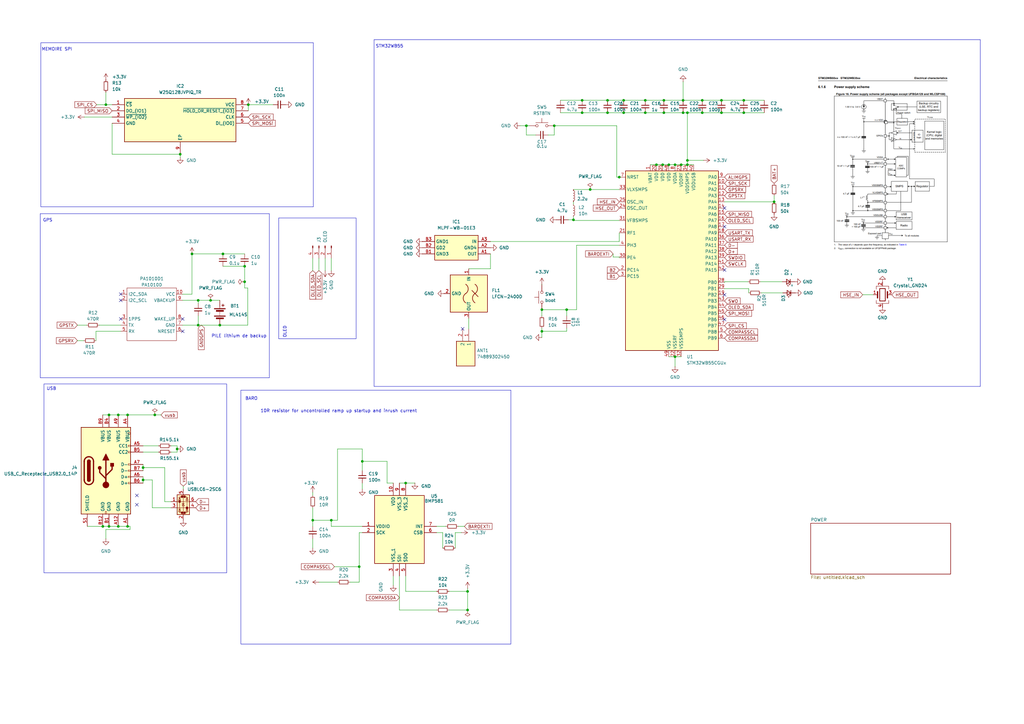
<source format=kicad_sch>
(kicad_sch (version 20231120) (generator "eeschema") (generator_version "8.0")
  (paper "A3")
  (junction (at 81.28 123.19))
  (junction (at 317.5 82.804))
  (junction (at 279.4 67.564))
  (junction (at 288.036 41.148))
  (junction (at 272.288 46.228))
  (junction (at 255.778 46.228))
  (junction (at 264.668 41.148))
  (junction (at 215.9 51.562))
  (junction (at 222.25 135.89))
  (junction (at 276.86 146.304))
  (junction (at 222.25 127))
  (junction (at 276.86 67.564))
  (junction (at 72.644 184.15))
  (junction (at 191.77 250.19))
  (junction (at 44.704 215.9))
  (junction (at 100.33 115.57))
  (junction (at 78.74 104.14))
  (junction (at 288.036 46.228))
  (junction (at 281.94 46.228))
  (junction (at 58.674 191.77))
  (junction (at 271.78 67.564))
  (junction (at 249.174 41.148))
  (junction (at 86.36 123.19))
  (junction (at 63.5 170.18))
  (junction (at 42.164 215.9))
  (junction (at 295.91 41.148))
  (junction (at 280.162 46.228))
  (junction (at 305.054 46.228))
  (junction (at 272.288 41.148))
  (junction (at 191.77 242.57))
  (junction (at 242.062 77.724))
  (junction (at 238.76 46.228))
  (junction (at 249.174 46.228))
  (junction (at 254 72.644))
  (junction (at 52.324 215.9))
  (junction (at 81.28 133.35))
  (junction (at 91.44 104.14))
  (junction (at 43.434 42.926))
  (junction (at 281.94 65.786))
  (junction (at 101.854 42.926))
  (junction (at 274.32 67.564))
  (junction (at 227.33 51.562))
  (junction (at 48.514 170.18))
  (junction (at 166.37 198.12))
  (junction (at 58.674 196.85))
  (junction (at 48.514 215.9))
  (junction (at 255.778 41.148))
  (junction (at 295.91 46.228))
  (junction (at 135.89 213.36))
  (junction (at 147.32 232.41))
  (junction (at 281.94 67.564))
  (junction (at 269.24 67.564))
  (junction (at 238.76 41.148))
  (junction (at 148.59 189.23))
  (junction (at 235.204 90.17))
  (junction (at 232.41 127))
  (junction (at 90.17 133.35))
  (junction (at 44.704 170.18))
  (junction (at 305.054 41.148))
  (junction (at 73.914 63.246))
  (junction (at 264.668 46.228))
  (junction (at 52.324 170.18))
  (junction (at 280.162 41.148))
  (junction (at 100.33 109.22))
  (junction (at 128.27 213.36))
  (no_connect (at 49.53 120.65))
  (no_connect (at 297.18 92.964))
  (no_connect (at 49.53 123.19))
  (no_connect (at 297.18 120.904))
  (no_connect (at 297.18 85.344))
  (no_connect (at 56.134 203.2))
  (no_connect (at 297.18 110.744))
  (no_connect (at 189.738 134.874))
  (no_connect (at 49.53 130.81))
  (no_connect (at 74.93 135.89))
  (no_connect (at 56.134 207.01))
  (no_connect (at 74.93 130.81))
  (no_connect (at 297.18 131.064))
  (wire (pts (xy 48.514 215.9) (xy 52.324 215.9)))
  (wire (pts (xy 74.93 120.65) (xy 78.74 120.65)))
  (wire (pts (xy 317.5 80.264) (xy 317.5 82.804)))
  (wire (pts (xy 91.44 109.22) (xy 100.33 109.22)))
  (wire (pts (xy 191.77 250.19) (xy 191.77 242.57)))
  (wire (pts (xy 288.036 41.148) (xy 295.91 41.148)))
  (wire (pts (xy 254 72.644) (xy 252.984 72.644)))
  (wire (pts (xy 74.93 123.19) (xy 81.28 123.19)))
  (wire (pts (xy 251.46 104.14) (xy 251.46 105.41)))
  (wire (pts (xy 58.674 185.42) (xy 65.024 185.42)))
  (wire (pts (xy 75.184 200.66) (xy 75.184 199.39)))
  (wire (pts (xy 288.036 46.228) (xy 295.91 46.228)))
  (wire (pts (xy 186.69 224.79) (xy 186.69 218.44)))
  (wire (pts (xy 81.28 123.19) (xy 81.28 124.46)))
  (wire (pts (xy 222.25 135.89) (xy 222.25 138.43)))
  (wire (pts (xy 128.27 208.28) (xy 128.27 213.36)))
  (wire (pts (xy 42.164 215.9) (xy 35.814 215.9)))
  (wire (pts (xy 143.51 238.76) (xy 147.32 238.76)))
  (wire (pts (xy 297.18 82.804) (xy 317.5 82.804)))
  (wire (pts (xy 353.822 120.904) (xy 358.14 120.904)))
  (wire (pts (xy 42.164 170.18) (xy 44.704 170.18)))
  (wire (pts (xy 45.974 63.246) (xy 45.974 50.546)))
  (wire (pts (xy 281.94 46.228) (xy 281.94 65.786)))
  (wire (pts (xy 67.564 205.74) (xy 67.564 191.77)))
  (wire (pts (xy 58.674 196.85) (xy 58.674 198.12)))
  (wire (pts (xy 306.832 115.57) (xy 297.18 115.57)))
  (wire (pts (xy 215.9 51.562) (xy 217.17 51.562)))
  (wire (pts (xy 192.278 130.556) (xy 192.278 134.874)))
  (wire (pts (xy 184.15 250.19) (xy 191.77 250.19)))
  (wire (pts (xy 128.27 220.98) (xy 128.27 224.79)))
  (wire (pts (xy 186.69 218.44) (xy 189.23 218.44)))
  (wire (pts (xy 133.35 110.998) (xy 133.35 105.918)))
  (wire (pts (xy 297.18 118.364) (xy 307.086 118.364)))
  (wire (pts (xy 128.27 213.36) (xy 128.27 215.9)))
  (wire (pts (xy 280.162 46.228) (xy 281.94 46.228)))
  (wire (pts (xy 161.29 236.22) (xy 161.29 240.03)))
  (wire (pts (xy 31.75 133.35) (xy 35.56 133.35)))
  (wire (pts (xy 272.288 41.148) (xy 280.162 41.148)))
  (wire (pts (xy 70.104 182.88) (xy 72.644 182.88)))
  (wire (pts (xy 269.24 67.564) (xy 271.78 67.564)))
  (wire (pts (xy 305.054 41.148) (xy 313.436 41.148)))
  (wire (pts (xy 81.28 133.35) (xy 90.17 133.35)))
  (wire (pts (xy 44.704 215.9) (xy 48.514 215.9)))
  (wire (pts (xy 58.674 182.88) (xy 65.024 182.88)))
  (wire (pts (xy 179.07 215.9) (xy 182.88 215.9)))
  (wire (pts (xy 224.79 55.372) (xy 227.33 55.372)))
  (wire (pts (xy 44.704 170.18) (xy 48.514 170.18)))
  (wire (pts (xy 148.59 184.15) (xy 138.43 184.15)))
  (wire (pts (xy 135.89 110.998) (xy 135.89 105.918)))
  (wire (pts (xy 100.33 115.57) (xy 100.33 118.11)))
  (wire (pts (xy 235.204 90.17) (xy 235.204 88.9)))
  (wire (pts (xy 232.41 127) (xy 232.41 129.54)))
  (wire (pts (xy 34.544 48.006) (xy 45.974 48.006)))
  (wire (pts (xy 58.674 191.77) (xy 58.674 193.04)))
  (wire (pts (xy 40.64 133.35) (xy 49.53 133.35)))
  (wire (pts (xy 72.644 185.42) (xy 72.644 184.15)))
  (wire (pts (xy 232.41 134.62) (xy 232.41 135.89)))
  (wire (pts (xy 254 105.41) (xy 254 105.664)))
  (wire (pts (xy 227.33 51.562) (xy 252.984 51.562)))
  (wire (pts (xy 101.6 118.11) (xy 101.6 133.35)))
  (wire (pts (xy 201.168 110.236) (xy 201.168 104.14)))
  (wire (pts (xy 58.674 195.58) (xy 58.674 196.85)))
  (wire (pts (xy 254 90.424) (xy 235.204 90.424)))
  (wire (pts (xy 39.37 135.89) (xy 49.53 135.89)))
  (wire (pts (xy 130.81 238.76) (xy 138.43 238.76)))
  (wire (pts (xy 232.41 135.89) (xy 222.25 135.89)))
  (wire (pts (xy 148.59 215.9) (xy 135.89 215.9)))
  (wire (pts (xy 254 99.06) (xy 254 95.504)))
  (wire (pts (xy 238.76 41.148) (xy 249.174 41.148)))
  (wire (pts (xy 235.204 77.724) (xy 242.062 77.724)))
  (wire (pts (xy 181.61 218.44) (xy 179.07 218.44)))
  (wire (pts (xy 43.434 42.926) (xy 43.434 37.846)))
  (wire (pts (xy 53.34 217.17) (xy 43.434 217.17)))
  (wire (pts (xy 254.254 72.644) (xy 254 72.644)))
  (wire (pts (xy 264.668 46.228) (xy 272.288 46.228)))
  (wire (pts (xy 213.36 51.562) (xy 215.9 51.562)))
  (wire (pts (xy 78.74 120.65) (xy 78.74 104.14)))
  (wire (pts (xy 236.474 100.584) (xy 236.474 127)))
  (wire (pts (xy 39.37 139.7) (xy 39.37 135.89)))
  (wire (pts (xy 100.33 109.22) (xy 100.33 115.57)))
  (wire (pts (xy 305.054 46.228) (xy 313.436 46.228)))
  (wire (pts (xy 271.78 67.564) (xy 274.32 67.564)))
  (wire (pts (xy 101.6 133.35) (xy 90.17 133.35)))
  (wire (pts (xy 233.172 90.17) (xy 235.204 90.17)))
  (wire (pts (xy 163.83 250.19) (xy 179.07 250.19)))
  (wire (pts (xy 184.15 242.57) (xy 191.77 242.57)))
  (wire (pts (xy 181.61 224.79) (xy 181.61 218.44)))
  (wire (pts (xy 191.77 242.57) (xy 191.77 241.3)))
  (wire (pts (xy 255.778 46.228) (xy 264.668 46.228)))
  (wire (pts (xy 62.484 196.85) (xy 58.674 196.85)))
  (wire (pts (xy 81.28 123.19) (xy 86.36 123.19)))
  (wire (pts (xy 279.4 67.564) (xy 281.94 67.564)))
  (wire (pts (xy 235.204 82.804) (xy 235.204 83.82)))
  (wire (pts (xy 222.25 134.62) (xy 222.25 135.89)))
  (wire (pts (xy 147.32 232.41) (xy 137.16 232.41)))
  (wire (pts (xy 158.75 189.23) (xy 148.59 189.23)))
  (wire (pts (xy 238.76 46.228) (xy 249.174 46.228)))
  (wire (pts (xy 135.89 215.9) (xy 135.89 213.36)))
  (wire (pts (xy 43.434 217.17) (xy 43.434 220.98)))
  (wire (pts (xy 242.062 77.724) (xy 254 77.724)))
  (wire (pts (xy 255.778 41.148) (xy 264.668 41.148)))
  (wire (pts (xy 274.32 146.304) (xy 276.86 146.304)))
  (wire (pts (xy 295.91 46.228) (xy 305.054 46.228)))
  (wire (pts (xy 272.288 46.228) (xy 280.162 46.228)))
  (wire (pts (xy 148.59 198.12) (xy 148.59 200.66)))
  (wire (pts (xy 86.36 123.19) (xy 90.17 123.19)))
  (wire (pts (xy 39.624 42.926) (xy 43.434 42.926)))
  (wire (pts (xy 70.104 208.28) (xy 62.484 208.28)))
  (wire (pts (xy 252.984 51.562) (xy 252.984 72.644)))
  (wire (pts (xy 215.9 55.372) (xy 215.9 51.562)))
  (wire (pts (xy 192.278 110.236) (xy 201.168 110.236)))
  (wire (pts (xy 44.704 215.9) (xy 42.164 215.9)))
  (wire (pts (xy 222.25 129.54) (xy 222.25 127)))
  (wire (pts (xy 163.83 198.12) (xy 166.37 198.12)))
  (wire (pts (xy 249.174 41.148) (xy 255.778 41.148)))
  (wire (pts (xy 101.854 42.926) (xy 101.854 45.466)))
  (wire (pts (xy 281.94 65.786) (xy 281.94 67.564)))
  (wire (pts (xy 148.59 189.23) (xy 148.59 193.04)))
  (wire (pts (xy 249.174 46.228) (xy 255.778 46.228)))
  (wire (pts (xy 307.086 118.364) (xy 307.086 120.142)))
  (wire (pts (xy 264.668 41.148) (xy 272.288 41.148)))
  (wire (pts (xy 280.162 41.148) (xy 288.036 41.148)))
  (wire (pts (xy 135.89 213.36) (xy 128.27 213.36)))
  (wire (pts (xy 281.94 46.228) (xy 288.036 46.228)))
  (wire (pts (xy 158.75 198.12) (xy 158.75 189.23)))
  (wire (pts (xy 53.34 215.9) (xy 53.34 217.17)))
  (wire (pts (xy 70.104 205.74) (xy 67.564 205.74)))
  (wire (pts (xy 311.912 115.57) (xy 320.802 115.57)))
  (wire (pts (xy 227.33 51.562) (xy 227.33 55.372)))
  (wire (pts (xy 101.854 42.926) (xy 112.014 42.926)))
  (wire (pts (xy 52.324 215.9) (xy 53.34 215.9)))
  (wire (pts (xy 74.93 133.35) (xy 81.28 133.35)))
  (wire (pts (xy 166.37 198.12) (xy 170.18 198.12)))
  (wire (pts (xy 235.204 90.424) (xy 235.204 90.17)))
  (wire (pts (xy 128.27 110.998) (xy 128.27 105.918)))
  (wire (pts (xy 70.104 185.42) (xy 72.644 185.42)))
  (wire (pts (xy 148.59 218.44) (xy 147.32 218.44)))
  (wire (pts (xy 138.43 184.15) (xy 138.43 213.36)))
  (wire (pts (xy 161.29 198.12) (xy 158.75 198.12)))
  (wire (pts (xy 91.44 104.14) (xy 100.33 104.14)))
  (wire (pts (xy 222.25 127) (xy 232.41 127)))
  (wire (pts (xy 229.87 41.148) (xy 238.76 41.148)))
  (wire (pts (xy 266.7 67.564) (xy 269.24 67.564)))
  (wire (pts (xy 73.914 63.246) (xy 73.914 64.516)))
  (wire (pts (xy 166.37 236.22) (xy 166.37 242.57)))
  (wire (pts (xy 276.86 67.564) (xy 279.4 67.564)))
  (wire (pts (xy 100.33 118.11) (xy 101.6 118.11)))
  (wire (pts (xy 312.166 120.142) (xy 321.056 120.142)))
  (wire (pts (xy 288.544 65.786) (xy 281.94 65.786)))
  (wire (pts (xy 147.32 238.76) (xy 147.32 232.41)))
  (wire (pts (xy 45.974 42.926) (xy 43.434 42.926)))
  (wire (pts (xy 166.37 242.57) (xy 179.07 242.57)))
  (wire (pts (xy 229.87 46.228) (xy 238.76 46.228)))
  (wire (pts (xy 31.75 139.7) (xy 34.29 139.7)))
  (wire (pts (xy 219.71 55.372) (xy 215.9 55.372)))
  (wire (pts (xy 78.74 104.14) (xy 91.44 104.14)))
  (wire (pts (xy 58.674 190.5) (xy 58.674 191.77)))
  (wire (pts (xy 251.46 105.41) (xy 254 105.41)))
  (wire (pts (xy 163.83 236.22) (xy 163.83 250.19)))
  (wire (pts (xy 138.43 213.36) (xy 135.89 213.36)))
  (wire (pts (xy 67.564 191.77) (xy 58.674 191.77)))
  (wire (pts (xy 148.59 184.15) (xy 148.59 189.23)))
  (wire (pts (xy 130.81 110.998) (xy 130.81 105.918)))
  (wire (pts (xy 276.86 146.304) (xy 276.86 150.368)))
  (wire (pts (xy 274.32 67.564) (xy 276.86 67.564)))
  (wire (pts (xy 297.18 115.57) (xy 297.18 115.824)))
  (wire (pts (xy 73.914 63.246) (xy 45.974 63.246)))
  (wire (pts (xy 295.91 41.148) (xy 305.054 41.148)))
  (wire (pts (xy 276.86 146.304) (xy 279.4 146.304)))
  (wire (pts (xy 232.41 127) (xy 236.474 127)))
  (wire (pts (xy 280.162 33.528) (xy 280.162 41.148)))
  (wire (pts (xy 72.644 182.88) (xy 72.644 184.15)))
  (wire (pts (xy 201.168 99.06) (xy 254 99.06)))
  (wire (pts (xy 48.514 170.18) (xy 52.324 170.18)))
  (wire (pts (xy 81.28 133.35) (xy 81.28 129.54)))
  (wire (pts (xy 222.25 116.586) (xy 222.25 116.84)))
  (wire (pts (xy 62.484 208.28) (xy 62.484 196.85)))
  (wire (pts (xy 128.27 201.93) (xy 128.27 203.2)))
  (wire (pts (xy 52.324 170.18) (xy 63.5 170.18)))
  (wire (pts (xy 190.5 215.9) (xy 187.96 215.9)))
  (wire (pts (xy 63.5 170.18) (xy 66.04 170.18)))
  (wire (pts (xy 147.32 218.44) (xy 147.32 232.41)))
  (wire (pts (xy 281.94 67.564) (xy 284.48 67.564)))
  (wire (pts (xy 236.474 100.584) (xy 254 100.584)))
  (rectangle (start 16.764 17.526) (end 128.524 84.836))
  (rectangle (start 114.3 138.938) (end 146.05 89.408))
  (rectangle (start 98.806 160.02) (end 209.55 264.16))
  (rectangle (start 16.51 87.63) (end 110.49 154.94))
  (rectangle (start 153.416 16.256) (end 402.082 158.496))
  (rectangle (start 18.034 157.48) (end 92.964 234.95))
  (image (at 362.712 68.326) (scale 0.425045))
  (text "10R resistor for uncontrolled ramp up startup and inrush current" (at 138.938 168.656 0) (effects (font (size 1.27 1.27))))
  (text "MEMOIRE SPI\n" (at 23.368 20.32 0) (effects (font (size 1.27 1.27))))
  (text "USB" (at 21.082 159.512 0) (effects (font (size 1.27 1.27))))
  (text "PILE lithium de backup" (at 98.044 137.922 0) (effects (font (size 1.27 1.27))))
  (text "BARO\n" (at 103.124 163.576 0) (effects (font (size 1.27 1.27))))
  (text "STM32WB55" (at 159.766 19.05 0) (effects (font (size 1.27 1.27))))
  (text "OLED" (at 116.84 136.144 90) (effects (font (size 1.27 1.27))))
  (text "GPS" (at 19.558 90.424 0) (effects (font (size 1.27 1.27))))
  (global_label "vusb" (shape input) (at 75.184 199.39 90) (property "Intersheetrefs" "${INTERSHEET_REFS}" (effects (hide yes))))
  (global_label "GPSRX" (shape input) (at 31.75 139.7 180) (property "Intersheetrefs" "${INTERSHEET_REFS}" (effects (hide yes))))
  (global_label "vusb" (shape input) (at 66.04 170.18 0) (property "Intersheetrefs" "${INTERSHEET_REFS}" (effects (hide yes))))
  (global_label "OLED_SCL" (shape input) (at 130.81 110.998 270) (property "Intersheetrefs" "${INTERSHEET_REFS}" (effects (hide yes))))
  (global_label "B1" (shape input) (at 254 113.284 180) (property "Intersheetrefs" "${INTERSHEET_REFS}" (effects (hide yes))))
  (global_label "HSE_IN" (shape input) (at 353.822 120.904 180) (property "Intersheetrefs" "${INTERSHEET_REFS}" (effects (hide yes))))
  (global_label "B2" (shape input) (at 254 110.744 180) (property "Intersheetrefs" "${INTERSHEET_REFS}" (effects (hide yes))))
  (global_label "GPSTX" (shape input) (at 297.18 80.264 0) (property "Intersheetrefs" "${INTERSHEET_REFS}" (effects (hide yes))))
  (global_label "OLED_SDA" (shape input) (at 297.18 125.984 0) (property "Intersheetrefs" "${INTERSHEET_REFS}" (effects (hide yes))))
  (global_label "SPI_MISO" (shape input) (at 297.18 87.884 0) (property "Intersheetrefs" "${INTERSHEET_REFS}" (effects (hide yes))))
  (global_label "USART_RX" (shape input) (at 297.18 98.044 0) (property "Intersheetrefs" "${INTERSHEET_REFS}" (effects (hide yes))))
  (global_label "USART_TX" (shape input) (at 297.18 95.504 0) (property "Intersheetrefs" "${INTERSHEET_REFS}" (effects (hide yes))))
  (global_label "SPI_SCK" (shape input) (at 101.854 48.006 0) (property "Intersheetrefs" "${INTERSHEET_REFS}" (effects (hide yes))))
  (global_label "D-" (shape input) (at 297.18 100.584 0) (property "Intersheetrefs" "${INTERSHEET_REFS}" (effects (hide yes))))
  (global_label "GNDGPS" (shape input) (at 82.55 133.35 270) (property "Intersheetrefs" "${INTERSHEET_REFS}" (effects (hide yes))))
  (global_label "BAT+" (shape input) (at 317.5 75.184 90) (property "Intersheetrefs" "${INTERSHEET_REFS}" (effects (hide yes))))
  (global_label "SWDIO" (shape input) (at 297.18 105.664 0) (property "Intersheetrefs" "${INTERSHEET_REFS}" (effects (hide yes))))
  (global_label "SPI_SCK" (shape input) (at 297.18 75.184 0) (property "Intersheetrefs" "${INTERSHEET_REFS}" (effects (hide yes))))
  (global_label "SPI_CS" (shape input) (at 39.624 42.926 180) (property "Intersheetrefs" "${INTERSHEET_REFS}" (effects (hide yes))))
  (global_label "SWO" (shape input) (at 297.18 123.444 0) (property "Intersheetrefs" "${INTERSHEET_REFS}" (effects (hide yes))))
  (global_label "OLED_SCL" (shape input) (at 297.18 90.424 0) (property "Intersheetrefs" "${INTERSHEET_REFS}" (effects (hide yes))))
  (global_label "HSE_OUT" (shape input) (at 254 85.344 180) (property "Intersheetrefs" "${INTERSHEET_REFS}" (effects (hide yes))))
  (global_label "SPI_MISO" (shape input) (at 45.974 45.466 180) (property "Intersheetrefs" "${INTERSHEET_REFS}" (effects (hide yes))))
  (global_label "COMPASSCL" (shape input) (at 297.18 136.144 0) (property "Intersheetrefs" "${INTERSHEET_REFS}" (effects (hide yes))))
  (global_label "SWCLK" (shape input) (at 297.18 108.204 0) (property "Intersheetrefs" "${INTERSHEET_REFS}" (effects (hide yes))))
  (global_label "GPSRX" (shape input) (at 297.18 77.724 0) (property "Intersheetrefs" "${INTERSHEET_REFS}" (effects (hide yes))))
  (global_label "HSE_OUT" (shape input) (at 365.76 120.904 0) (property "Intersheetrefs" "${INTERSHEET_REFS}" (effects (hide yes))))
  (global_label "GPSTX" (shape input) (at 31.75 133.35 180) (property "Intersheetrefs" "${INTERSHEET_REFS}" (effects (hide yes))))
  (global_label "BAROEXTI" (shape input) (at 190.5 215.9 0) (property "Intersheetrefs" "${INTERSHEET_REFS}" (effects (hide yes))))
  (global_label "D+" (shape input) (at 80.264 208.28 0) (property "Intersheetrefs" "${INTERSHEET_REFS}" (effects (hide yes))))
  (global_label "HSE_IN" (shape input) (at 254 82.804 180) (property "Intersheetrefs" "${INTERSHEET_REFS}" (effects (hide yes))))
  (global_label "COMPASSDA" (shape input) (at 163.83 245.11 180) (property "Intersheetrefs" "${INTERSHEET_REFS}" (effects (hide yes))))
  (global_label "COMPASSDA" (shape input) (at 297.18 138.684 0) (property "Intersheetrefs" "${INTERSHEET_REFS}" (effects (hide yes))))
  (global_label "BAROEXTI" (shape input) (at 251.46 104.14 180) (property "Intersheetrefs" "${INTERSHEET_REFS}" (effects (hide yes))))
  (global_label "COMPASSCL" (shape input) (at 137.16 232.41 180) (property "Intersheetrefs" "${INTERSHEET_REFS}" (effects (hide yes))))
  (global_label "SPI_CS" (shape input) (at 297.18 133.604 0) (property "Intersheetrefs" "${INTERSHEET_REFS}" (effects (hide yes))))
  (global_label "SPI_MOSi" (shape input) (at 101.854 50.546 0) (property "Intersheetrefs" "${INTERSHEET_REFS}" (effects (hide yes))))
  (global_label "D-" (shape input) (at 80.264 205.74 0) (property "Intersheetrefs" "${INTERSHEET_REFS}" (effects (hide yes))))
  (global_label "SPI_MOSi" (shape input) (at 297.18 128.524 0) (property "Intersheetrefs" "${INTERSHEET_REFS}" (effects (hide yes))))
  (global_label "OLED_SDA" (shape input) (at 128.27 110.998 270) (property "Intersheetrefs" "${INTERSHEET_REFS}" (effects (hide yes))))
  (global_label "ALIMGPS" (shape input) (at 297.18 72.644 0) (property "Intersheetrefs" "${INTERSHEET_REFS}" (effects (hide yes))))
  (global_label "D+" (shape input) (at 297.18 103.124 0) (property "Intersheetrefs" "${INTERSHEET_REFS}" (effects (hide yes))))
  (symbol (lib_id "power:GND") (at 213.36 51.562 270) (unit 1)
    (property "Reference" "#PWR029" (effects (hide yes)))
    (property "Value" "GND" (at 209.55 51.5619 90) (effects (justify right)))
    (property "Description" "Power symbol creates a global label with name \"GND\" , ground" (effects (hide yes)))
  )
  (symbol (lib_id "Device:R_Small") (at 181.61 242.57 90) (unit 1)
    (property "Reference" "R22" (at 181.61 237.49 90))
    (property "Value" "10k" (at 181.61 240.03 90))
    (property "Footprint" "Resistor_SMD:R_0402_1005Metric" (effects (hide yes)))
    (property "Description" "Resistor, small symbol" (effects (hide yes)))
  )
  (symbol (lib_id "power:GND") (at 173.228 104.14 270) (unit 1)
    (property "Reference" "#PWR044" (effects (hide yes)))
    (property "Value" "GND" (at 169.418 104.1399 90) (effects (justify right)))
    (property "Description" "Power symbol creates a global label with name \"GND\" , ground" (effects (hide yes)))
  )
  (symbol (lib_id "power:GND") (at 326.136 120.142 90) (unit 1)
    (property "Reference" "#PWR047" (effects (hide yes)))
    (property "Value" "GND" (at 329.438 120.1419 90) (effects (justify right)))
    (property "Description" "Power symbol creates a global label with name \"GND\" , ground" (effects (hide yes)))
  )
  (symbol (lib_id "Device:C_Small") (at 114.554 42.926 90) (unit 1)
    (property "Reference" "C11" (at 114.5603 36.576 90))
    (property "Value" "100n" (at 114.5603 39.116 90))
    (property "Footprint" "Capacitor_SMD:C_0402_1005Metric" (effects (hide yes)))
    (property "Description" "Unpolarized capacitor, small symbol" (effects (hide yes)))
  )
  (symbol (lib_id "Device:R_Small") (at 309.626 120.142 90) (unit 1)
    (property "Reference" "R2" (at 311.404 123.698 0) (effects (justify left)))
    (property "Value" "510R" (at 313.436 125.73 0) (effects (justify left)))
    (property "Footprint" "Resistor_SMD:R_0402_1005Metric" (effects (hide yes)))
    (property "Description" "Resistor, small symbol" (effects (hide yes)))
  )
  (symbol (lib_id "power:GND") (at 276.86 150.368 0) (unit 1)
    (property "Reference" "#PWR038" (effects (hide yes)))
    (property "Value" "GND" (at 276.86 154.686 0))
    (property "Description" "Power symbol creates a global label with name \"GND\" , ground" (effects (hide yes)))
  )
  (symbol (lib_id "Device:C_Small") (at 238.76 43.688 0) (unit 1)
    (property "Reference" "C13" (at 241.3 42.4242 0) (effects (justify left)))
    (property "Value" "100n" (at 241.3 44.9642 0) (effects (justify left)))
    (property "Footprint" "Capacitor_SMD:C_0402_1005Metric" (effects (hide yes)))
    (property "Description" "Unpolarized capacitor, small symbol" (effects (hide yes)))
  )
  (symbol (lib_id "RF_Filter:LFCN-2400D") (at 192.278 120.396 270) (unit 1)
    (property "Reference" "FL1" (at 201.676 119.1259 90) (effects (justify left)))
    (property "Value" "LFCN-2400D" (at 201.676 121.6659 90) (effects (justify left)))
    (property "Footprint" "LFCN2400D:DLF162500LT5028A1" (effects (hide yes)))
    (property "Datasheet" "https://www.minicircuits.com/pdfs/LFCN-2400D+.pdf" (effects (hide yes)))
    (property "Description" "2400MHz 50 Ohm Passive Low Pass Filter, DC capable, FV1206" (effects (hide yes)))
  )
  (symbol (lib_id "Vraielogousbcwurth:USB_C_Receptacle_USB2.0_14P") (at 43.434 193.04 0) (unit 1)
    (property "Reference" "J4" (at 31.75 191.7699 0) (effects (justify right)))
    (property "Value" "USB_C_Receptacle_USB2.0_14P" (at 31.75 194.3099 0) (effects (justify right)))
    (property "Footprint" "USBCWURTH:USBC-WURTH" (effects (hide yes)))
    (property "Datasheet" "https://www.usb.org/sites/default/files/documents/usb_type-c.zip" (effects (hide yes)))
    (property "Description" "USB 2.0-only 14P Type-C Receptacle connector" (effects (hide yes)))
  )
  (symbol (lib_id "Device:C_Small") (at 313.436 43.688 0) (unit 1)
    (property "Reference" "C2" (at 315.976 42.4242 0) (effects (justify left)))
    (property "Value" "100n" (at 315.976 44.9642 0) (effects (justify left)))
    (property "Footprint" "Capacitor_SMD:C_0402_1005Metric" (effects (hide yes)))
    (property "Description" "Unpolarized capacitor, small symbol" (effects (hide yes)))
  )
  (symbol (lib_id "power:GND") (at 161.29 240.03 0) (unit 1)
    (property "Reference" "#PWR048" (effects (hide yes)))
    (property "Value" "GND" (at 156.21 242.824 90) (effects (justify left)))
    (property "Description" "Power symbol creates a global label with name \"GND\" , ground" (effects (hide yes)))
  )
  (symbol (lib_id "power:GND") (at 201.168 101.6 90) (unit 1)
    (property "Reference" "#PWR041" (effects (hide yes)))
    (property "Value" "GND" (at 204.724 101.5999 90) (effects (justify right)))
    (property "Description" "Power symbol creates a global label with name \"GND\" , ground" (effects (hide yes)))
  )
  (symbol (lib_id "power:+3.3V") (at 189.23 218.44 270) (unit 1)
    (property "Reference" "#PWR052" (effects (hide yes)))
    (property "Value" "+3.3V" (at 193.294 218.44 90) (effects (justify left)))
    (property "Description" "Power symbol creates a global label with name \"+3.3V\"" (effects (hide yes)))
  )
  (symbol (lib_id "Device:R_Small") (at 140.97 238.76 90) (unit 1)
    (property "Reference" "R20" (at 140.97 233.68 90))
    (property "Value" "2.2k" (at 140.97 236.22 90))
    (property "Footprint" "Resistor_SMD:R_0402_1005Metric" (effects (hide yes)))
    (property "Description" "Resistor, small symbol" (effects (hide yes)))
  )
  (symbol (lib_id "Device:R_Small") (at 222.25 132.08 0) (unit 1)
    (property "Reference" "R16" (at 224.79 130.8099 0) (effects (justify left)))
    (property "Value" "10k" (at 224.79 133.3499 0) (effects (justify left)))
    (property "Footprint" "Resistor_SMD:R_0402_1005Metric" (effects (hide yes)))
    (property "Description" "Resistor, small symbol" (effects (hide yes)))
  )
  (symbol (lib_id "power:GND") (at 361.95 125.984 0) (unit 1)
    (property "Reference" "#PWR039" (effects (hide yes)))
    (property "Value" "GND" (at 361.95 130.302 0))
    (property "Description" "Power symbol creates a global label with name \"GND\" , ground" (effects (hide yes)))
  )
  (symbol (lib_id "Device:L_Small") (at 235.204 80.264 0) (unit 1)
    (property "Reference" "L1" (at 236.728 78.9939 0) (effects (justify left)))
    (property "Value" "2.2u" (at 236.728 81.5339 0) (effects (justify left)))
    (property "Footprint" "Inductor_SMD:L_0805_2012Metric" (effects (hide yes)))
    (property "Description" "Inductor, small symbol" (effects (hide yes)))
  )
  (symbol (lib_id "Device:R_Small") (at 128.27 205.74 0) (unit 1)
    (property "Reference" "R19" (at 130.81 204.4699 0) (effects (justify left)))
    (property "Value" "10R" (at 130.81 207.0099 0) (effects (justify left)))
    (property "Footprint" "Resistor_SMD:R_0402_1005Metric" (effects (hide yes)))
    (property "Description" "Resistor, small symbol" (effects (hide yes)))
  )
  (symbol (lib_id "Device:C_Small") (at 91.44 106.68 0) (unit 1)
    (property "Reference" "C9" (at 93.98 105.4162 0) (effects (justify left)))
    (property "Value" "0.1u" (at 93.98 107.9562 0) (effects (justify left)))
    (property "Footprint" "Capacitor_SMD:C_0402_1005Metric" (effects (hide yes)))
    (property "Description" "Unpolarized capacitor, small symbol" (effects (hide yes)))
  )
  (symbol (lib_id "power:GND") (at 317.5 87.884 0) (unit 1)
    (property "Reference" "#PWR032" (effects (hide yes)))
    (property "Value" "GND" (at 317.5 92.964 0))
    (property "Description" "Power symbol creates a global label with name \"GND\" , ground" (effects (hide yes)))
  )
  (symbol (lib_id "Device:C_Small") (at 222.25 55.372 90) (unit 1)
    (property "Reference" "C17" (at 222.25 58.166 90))
    (property "Value" "0.1u" (at 222.25 59.944 90))
    (property "Footprint" "Capacitor_SMD:C_0402_1005Metric" (effects (hide yes)))
    (property "Description" "Unpolarized capacitor, small symbol" (effects (hide yes)))
  )
  (symbol (lib_id "power:PWR_FLAG") (at 100.33 115.57 90) (unit 1)
    (property "Reference" "#FLG03" (effects (hide yes)))
    (property "Value" "PWR_FLAG" (at 96.52 115.5699 90) (effects (justify left)))
    (property "Description" "Special symbol for telling ERC where power comes from" (effects (hide yes)))
  )
  (symbol (lib_id "Device:C_Small") (at 229.87 43.688 0) (unit 1)
    (property "Reference" "C12" (at 232.41 42.4242 0) (effects (justify left)))
    (property "Value" "4.7u" (at 232.41 44.9642 0) (effects (justify left)))
    (property "Footprint" "Capacitor_SMD:C_0402_1005Metric" (effects (hide yes)))
    (property "Description" "Unpolarized capacitor, small symbol" (effects (hide yes)))
  )
  (symbol (lib_id "Device:R_Small") (at 36.83 139.7 270) (unit 1)
    (property "Reference" "R11" (at 36.83 142.24 90))
    (property "Value" "470R" (at 36.576 144.78 90))
    (property "Footprint" "Resistor_SMD:R_0402_1005Metric" (effects (hide yes)))
    (property "Description" "Resistor, small symbol" (effects (hide yes)))
  )
  (symbol (lib_id "Device:R_Small") (at 67.564 185.42 90) (unit 1)
    (property "Reference" "R15" (at 67.564 187.96 90))
    (property "Value" "5.1k" (at 71.374 187.96 90))
    (property "Footprint" "Resistor_SMD:R_0402_1005Metric" (effects (hide yes)))
    (property "Description" "Resistor, small symbol" (effects (hide yes)))
  )
  (symbol (lib_id "Device:R_Small") (at 67.564 182.88 90) (unit 1)
    (property "Reference" "R14" (at 67.31 180.34 90))
    (property "Value" "5.1k" (at 71.374 180.34 90))
    (property "Footprint" "Resistor_SMD:R_0402_1005Metric" (effects (hide yes)))
    (property "Description" "Resistor, small symbol" (effects (hide yes)))
  )
  (symbol (lib_id "Device:C_Small") (at 232.41 132.08 180) (unit 1)
    (property "Reference" "C18" (at 235.204 132.08 90))
    (property "Value" "10n" (at 236.982 132.08 90))
    (property "Footprint" "Capacitor_SMD:C_0402_1005Metric" (effects (hide yes)))
    (property "Description" "Unpolarized capacitor, small symbol" (effects (hide yes)))
  )
  (symbol (lib_id "power:GND") (at 117.094 42.926 90) (unit 1)
    (property "Reference" "#PWR023" (effects (hide yes)))
    (property "Value" "GND" (at 120.904 42.9259 90) (effects (justify right)))
    (property "Description" "Power symbol creates a global label with name \"GND\" , ground" (effects (hide yes)))
  )
  (symbol (lib_id "Power_Protection:USBLC6-2SC6") (at 75.184 205.74 0) (unit 1)
    (property "Reference" "U4" (at 76.8351 198.12 0) (effects (justify left)))
    (property "Value" "USBLC6-2SC6" (at 76.8351 200.66 0) (effects (justify left)))
    (property "Footprint" "Package_TO_SOT_SMD:SOT-23-6" (effects (hide yes)))
    (property "Datasheet" "https://www.st.com/resource/en/datasheet/usblc6-2.pdf" (effects (hide yes)))
    (property "Description" "Very low capacitance ESD protection diode, 2 data-line, SOT-23-6" (effects (hide yes)))
  )
  (symbol (lib_id "power:GND") (at 170.18 198.12 0) (unit 1)
    (property "Reference" "#PWR051" (effects (hide yes)))
    (property "Value" "GND" (at 172.72 199.3899 0) (effects (justify left)))
    (property "Description" "Power symbol creates a global label with name \"GND\" , ground" (effects (hide yes)))
  )
  (symbol (lib_id "Device:C_Small") (at 280.162 43.688 0) (unit 1)
    (property "Reference" "C22" (at 282.702 42.4242 0) (effects (justify left)))
    (property "Value" "100n" (at 282.702 44.9642 0) (effects (justify left)))
    (property "Footprint" "Capacitor_SMD:C_0402_1005Metric" (effects (hide yes)))
    (property "Description" "Unpolarized capacitor, small symbol" (effects (hide yes)))
  )
  (symbol (lib_id "Switch:SW_Push") (at 222.25 51.562 0) (unit 1)
    (property "Reference" "SW5" (at 222.25 43.942 0))
    (property "Value" "RSTBTN" (at 222.25 46.482 0))
    (property "Footprint" "KXT3:SW_KXT3" (effects (hide yes)))
    (property "Description" "Push button switch, generic, two pins" (effects (hide yes)))
  )
  (symbol (lib_id "power:+3.3V") (at 130.81 238.76 90) (unit 1)
    (property "Reference" "#PWR035" (effects (hide yes)))
    (property "Value" "+3.3V" (at 126.746 238.76 90) (effects (justify left)))
    (property "Description" "Power symbol creates a global label with name \"+3.3V\"" (effects (hide yes)))
  )
  (symbol (lib_id "Device:R_Small") (at 317.5 77.724 0) (unit 1)
    (property "Reference" "R17" (at 320.04 76.4539 0) (effects (justify left)))
    (property "Value" "50k" (at 320.04 78.9939 0) (effects (justify left)))
    (property "Footprint" "Resistor_SMD:R_0402_1005Metric" (effects (hide yes)))
    (property "Description" "Resistor, small symbol" (effects (hide yes)))
  )
  (symbol (lib_id "power:GND") (at 128.27 224.79 0) (unit 1)
    (property "Reference" "#PWR034" (effects (hide yes)))
    (property "Value" "GND" (at 130.81 226.0599 0) (effects (justify left)))
    (property "Description" "Power symbol creates a global label with name \"GND\" , ground" (effects (hide yes)))
  )
  (symbol (lib_id "Device:R_Small") (at 181.61 250.19 90) (unit 1)
    (property "Reference" "R23" (at 181.61 245.11 90))
    (property "Value" "2.2k" (at 181.61 247.65 90))
    (property "Footprint" "Resistor_SMD:R_0402_1005Metric" (effects (hide yes)))
    (property "Description" "Resistor, small symbol" (effects (hide yes)))
  )
  (symbol (lib_id "power:GND") (at 148.59 200.66 0) (unit 1)
    (property "Reference" "#PWR037" (effects (hide yes)))
    (property "Value" "GND" (at 151.13 201.9299 0) (effects (justify left)))
    (property "Description" "Power symbol creates a global label with name \"GND\" , ground" (effects (hide yes)))
  )
  (symbol (lib_id "MCU_ST_STM32WB:STM32WB55CGUx") (at 274.32 108.204 0) (unit 1)
    (property "Reference" "U1" (at 281.5941 146.304 0) (effects (justify left)))
    (property "Value" "STM32WB55CGUx" (at 281.5941 148.844 0) (effects (justify left)))
    (property "Footprint" "Package_DFN_QFN:QFN-48-1EP_7x7mm_P0.5mm_EP5.6x5.6mm" (effects (hide yes)))
    (property "Datasheet" "https://www.st.com/resource/en/datasheet/stm32wb55cg.pdf" (effects (hide yes)))
    (property "Description" "STMicroelectronics Arm Cortex-M4 MCU, 1024KB flash, 256KB RAM, 64 MHz, 1.71-3.6V, 30 GPIO, UFQFPN48" (effects (hide yes)))
  )
  (symbol (lib_id "74889302450(antenne):74889302450") (at 192.278 134.874 270) (unit 1)
    (property "Reference" "ANT1" (at 195.58 143.7639 90) (effects (justify left)))
    (property "Value" "74889302450" (at 195.58 146.3039 90) (effects (justify left)))
    (property "Footprint" "antennesmd:74889302450" (effects (hide yes)))
    (property "Datasheet" "https://www.we-online.com/components/products/datasheet/74889302450.pdf" (effects (hide yes)))
    (property "Description" "Antennas WE-MCA 2400-2500 MHz 0.5 dBiAEC-Q200" (effects (hide yes)))
    (property "Height" "1.4" (effects (hide yes)))
    (property "Manufacturer_Name" "Wurth Elektronik" (effects (hide yes)))
    (property "Manufacturer_Part_Number" "74889302450" (effects (hide yes)))
    (property "Mouser Part Number" "710-74889302450" (effects (hide yes)))
    (property "Mouser Price/Stock" "https://www.mouser.co.uk/ProductDetail/Wurth-Elektronik/74889302450?qs=Li%252BoUPsLEnvpM4HLjF1%2F2A%3D%3D" (effects (hide yes)))
  )
  (symbol (lib_id "power:+3.3V") (at 128.27 201.93 0) (unit 1)
    (property "Reference" "#PWR033" (effects (hide yes)))
    (property "Value" "+3.3V" (at 124.46 198.12 0) (effects (justify left)))
    (property "Description" "Power symbol creates a global label with name \"+3.3V\"" (effects (hide yes)))
  )
  (symbol (lib_id "Device:C_Small") (at 295.91 43.688 0) (unit 1)
    (property "Reference" "C24" (at 299.466 42.4242 0) (effects (justify left)))
    (property "Value" "4.7u" (at 299.466 44.9642 0) (effects (justify left)))
    (property "Footprint" "Capacitor_SMD:C_0402_1005Metric" (effects (hide yes)))
    (property "Description" "Unpolarized capacitor, small symbol" (effects (hide yes)))
  )
  (symbol (lib_id "Device:R_Small") (at 317.5 85.344 0) (unit 1)
    (property "Reference" "R18" (at 320.04 84.0739 0) (effects (justify left)))
    (property "Value" "50k" (at 320.04 86.6139 0) (effects (justify left)))
    (property "Footprint" "Resistor_SMD:R_0402_1005Metric" (effects (hide yes)))
    (property "Description" "Resistor, small symbol" (effects (hide yes)))
  )
  (symbol (lib_id "Device:C_Small") (at 81.28 127 0) (unit 1)
    (property "Reference" "C8" (at 83.82 125.7362 0) (effects (justify left)))
    (property "Value" "1u" (at 83.82 128.2762 0) (effects (justify left)))
    (property "Footprint" "Capacitor_SMD:C_0402_1005Metric" (effects (hide yes)))
    (property "Description" "Unpolarized capacitor, small symbol" (effects (hide yes)))
  )
  (symbol (lib_id "Device:C_Small") (at 148.59 195.58 0) (unit 1)
    (property "Reference" "C19" (at 151.13 194.3162 0) (effects (justify left)))
    (property "Value" "100n" (at 151.13 196.8562 0) (effects (justify left)))
    (property "Footprint" "Capacitor_SMD:C_0402_1005Metric" (effects (hide yes)))
    (property "Description" "Unpolarized capacitor, small symbol" (effects (hide yes)))
  )
  (symbol (lib_id "power:GND") (at 182.118 120.396 270) (unit 1)
    (property "Reference" "#PWR046" (effects (hide yes)))
    (property "Value" "GND" (at 178.054 120.3959 90) (effects (justify right)))
    (property "Description" "Power symbol creates a global label with name \"GND\" , ground" (effects (hide yes)))
  )
  (symbol (lib_id "power:GND") (at 72.644 184.15 90) (unit 1)
    (property "Reference" "#PWR025" (effects (hide yes)))
    (property "Value" "GND" (at 76.454 184.1499 90) (effects (justify right)))
    (property "Description" "Power symbol creates a global label with name \"GND\" , ground" (effects (hide yes)))
  )
  (symbol (lib_id "bmp581:BMP581") (at 148.59 215.9 0) (unit 1)
    (property "Reference" "U5" (at 178.054 203.454 0))
    (property "Value" "BMP581" (at 178.054 205.486 0))
    (property "Footprint" "BMP581:BMP581" (effects (hide yes)))
    (property "Datasheet" "https://www.bosch-sensortec.com/media/boschsensortec/downloads/datasheets/bst-bmp581-ds004.pdf" (effects (hide yes)))
    (property "Description" "Pressure Sensor 4.35PSI ~ 18.13PSI (30kPa ~ 125kPa) Absolute 10-WFLGA" (effects (hide yes)))
    (property "Height" "0.8" (effects (hide yes)))
    (property "Manufacturer_Name" "BOSCH" (effects (hide yes)))
    (property "Manufacturer_Part_Number" "BMP581" (effects (hide yes)))
    (property "Mouser Part Number" "262-BMP581" (effects (hide yes)))
    (property "Mouser Price/Stock" "https://www.mouser.co.uk/ProductDetail/Bosch-Sensortec/BMP581?qs=Li%252BoUPsLEntPL9tlFmcgXg%3D%3D" (effects (hide yes)))
    (property "Arrow Part Number" "BMP581" (effects (hide yes)))
    (property "Arrow Price/Stock" "https://www.arrow.com/en/products/bmp581/bosch?utm_currency=USD&region=nac" (effects (hide yes)))
  )
  (symbol (lib_id "Device:C_Small") (at 249.174 43.688 0) (unit 1)
    (property "Reference" "C26" (at 251.714 42.4242 0) (effects (justify left)))
    (property "Value" "100n" (at 251.714 44.9642 0) (effects (justify left)))
    (property "Footprint" "Capacitor_SMD:C_0402_1005Metric" (effects (hide yes)))
    (property "Description" "Unpolarized capacitor, small symbol" (effects (hide yes)))
  )
  (symbol (lib_id "winbond:W25Q128JVPIQ_TR") (at 45.974 42.926 0) (unit 1)
    (property "Reference" "IC2" (at 73.914 35.306 0))
    (property "Value" "W25Q128JVPIQ_TR" (at 73.914 37.846 0))
    (property "Footprint" "w25q128:SON127P600X500X80-9N-D" (effects (hide yes)))
    (property "Datasheet" "https://www.winbond.com/resource-files/w25q128jv%20revf%2003272018%20plus.pdf" (effects (hide yes)))
    (property "Description" "NOR Flash spiFlash, 3V, 128M-bit, 4Kb Uniform Sector" (effects (hide yes)))
    (property "Height" "0.8" (effects (hide yes)))
    (property "Manufacturer_Name" "Winbond" (effects (hide yes)))
    (property "Manufacturer_Part_Number" "W25Q128JVPIQ TR" (effects (hide yes)))
    (property "Mouser Part Number" "454-W25Q128JVPIQTR" (effects (hide yes)))
    (property "Mouser Price/Stock" "https://www.mouser.co.uk/ProductDetail/Winbond/W25Q128JVPIQ-TR?qs=qSfuJ%252Bfl%2Fd6H7vbXyrDu3w%3D%3D" (effects (hide yes)))
    (property "Arrow Part Number" "W25Q128JVPIQ TR" (effects (hide yes)))
    (property "Arrow Price/Stock" "https://www.arrow.com/en/products/w25q128jvpiqtr/winbond-electronics?utm_currency=USD&region=nac" (effects (hide yes)))
  )
  (symbol (lib_id "power:+3.3V") (at 43.434 32.766 0) (unit 1)
    (property "Reference" "#PWR020" (effects (hide yes)))
    (property "Value" "+3.3V" (at 45.974 31.4959 0) (effects (justify left)))
    (property "Description" "Power symbol creates a global label with name \"+3.3V\"" (effects (hide yes)))
  )
  (symbol (lib_id "power:PWR_FLAG") (at 63.5 170.18 0) (unit 1)
    (property "Reference" "#FLG04" (effects (hide yes)))
    (property "Value" "PWR_FLAG" (at 63.5 165.1 0))
    (property "Description" "Special symbol for telling ERC where power comes from" (effects (hide yes)))
  )
  (symbol (lib_id "power:+3.3V") (at 101.854 42.926 0) (unit 1)
    (property "Reference" "#PWR022" (effects (hide yes)))
    (property "Value" "+3.3V" (at 104.394 41.6559 0) (effects (justify left)))
    (property "Description" "Power symbol creates a global label with name \"+3.3V\"" (effects (hide yes)))
  )
  (symbol (lib_id "power:PWR_FLAG") (at 191.77 250.19 180) (unit 1)
    (property "Reference" "#FLG06" (effects (hide yes)))
    (property "Value" "PWR_FLAG" (at 191.77 255.27 0))
    (property "Description" "Special symbol for telling ERC where power comes from" (effects (hide yes)))
  )
  (symbol (lib_id "Device:R_Small") (at 185.42 215.9 90) (unit 1)
    (property "Reference" "R25" (at 185.42 210.82 90))
    (property "Value" "0R" (at 185.42 213.36 90))
    (property "Footprint" "Resistor_SMD:R_0402_1005Metric" (effects (hide yes)))
    (property "Description" "Resistor, small symbol" (effects (hide yes)))
  )
  (symbol (lib_id "power:GND") (at 280.162 33.528 180) (unit 1)
    (property "Reference" "#PWR027" (effects (hide yes)))
    (property "Value" "GND" (at 280.162 28.448 0))
    (property "Description" "Power symbol creates a global label with name \"GND\" , ground" (effects (hide yes)))
  )
  (symbol (lib_id "Device:C_Small") (at 305.054 43.688 0) (unit 1)
    (property "Reference" "C25" (at 307.594 42.4242 0) (effects (justify left)))
    (property "Value" "100n" (at 307.594 44.9642 0) (effects (justify left)))
    (property "Footprint" "Capacitor_SMD:C_0402_1005Metric" (effects (hide yes)))
    (property "Description" "Unpolarized capacitor, small symbol" (effects (hide yes)))
  )
  (symbol (lib_id "Device:C_Small") (at 128.27 218.44 0) (unit 1)
    (property "Reference" "C14" (at 130.81 217.1762 0) (effects (justify left)))
    (property "Value" "100n" (at 130.81 219.7162 0) (effects (justify left)))
    (property "Footprint" "Capacitor_SMD:C_0402_1005Metric" (effects (hide yes)))
    (property "Description" "Unpolarized capacitor, small symbol" (effects (hide yes)))
  )
  (symbol (lib_id "power:+3.3V") (at 222.25 116.586 0) (unit 1)
    (property "Reference" "#PWR031" (effects (hide yes)))
    (property "Value" "+3.3V" (at 222.25 111.506 0))
    (property "Description" "Power symbol creates a global label with name \"+3.3V\"" (effects (hide yes)))
  )
  (symbol (lib_id "power:+3.3V") (at 191.77 241.3 0) (unit 1)
    (property "Reference" "#PWR053" (effects (hide yes)))
    (property "Value" "+3.3V" (at 191.77 237.236 90) (effects (justify left)))
    (property "Description" "Power symbol creates a global label with name \"+3.3V\"" (effects (hide yes)))
  )
  (symbol (lib_id "Device:L_Small") (at 235.204 86.36 0) (unit 1)
    (property "Reference" "L2" (at 237.236 85.0899 0) (effects (justify left)))
    (property "Value" "10n" (at 237.236 87.6299 0) (effects (justify left)))
    (property "Footprint" "Inductor_SMD:L_0402_1005Metric" (effects (hide yes)))
    (property "Description" "Inductor, small symbol" (effects (hide yes)))
  )
  (symbol (lib_id "Device:C_Small") (at 100.33 106.68 0) (unit 1)
    (property "Reference" "C10" (at 102.87 105.4162 0) (effects (justify left)))
    (property "Value" "1u" (at 102.87 107.9562 0) (effects (justify left)))
    (property "Footprint" "Capacitor_SMD:C_0402_1005Metric" (effects (hide yes)))
    (property "Description" "Unpolarized capacitor, small symbol" (effects (hide yes)))
  )
  (symbol (lib_id "power:+3.3V") (at 133.35 110.998 180) (unit 1)
    (property "Reference" "#PWR016" (effects (hide yes)))
    (property "Value" "+3.3V" (at 133.3499 114.808 90) (effects (justify left)))
    (property "Description" "Power symbol creates a global label with name \"+3.3V\"" (effects (hide yes)))
  )
  (symbol (lib_id "power:GND") (at 173.228 101.6 270) (unit 1)
    (property "Reference" "#PWR043" (effects (hide yes)))
    (property "Value" "GND" (at 169.418 101.5999 90) (effects (justify right)))
    (property "Description" "Power symbol creates a global label with name \"GND\" , ground" (effects (hide yes)))
  )
  (symbol (lib_id "power:GND") (at 75.184 213.36 0) (unit 1)
    (property "Reference" "#PWR026" (effects (hide yes)))
    (property "Value" "GND" (at 75.184 218.44 0))
    (property "Description" "Power symbol creates a global label with name \"GND\" , ground" (effects (hide yes)))
  )
  (symbol (lib_id "Device:Battery") (at 90.17 128.27 0) (unit 1)
    (property "Reference" "BT1" (at 94.488 125.476 0) (effects (justify left)))
    (property "Value" "ML414S" (at 93.98 129.032 0) (effects (justify left)))
    (property "Footprint" "MS414:MS421R-IV03E" (effects (hide yes)))
    (property "Description" "Multiple-cell battery" (effects (hide yes)))
  )
  (symbol (lib_id "Device:R_Small") (at 309.372 115.57 90) (unit 1)
    (property "Reference" "R1" (at 308.61 113.03 0) (effects (justify left)))
    (property "Value" "510R" (at 310.6419 113.03 0) (effects (justify left)))
    (property "Footprint" "Resistor_SMD:R_0402_1005Metric" (effects (hide yes)))
    (property "Description" "Resistor, small symbol" (effects (hide yes)))
  )
  (symbol (lib_id "power:+3.3V") (at 34.544 48.006 90) (unit 1)
    (property "Reference" "#PWR019" (effects (hide yes)))
    (property "Value" "+3.3V" (at 30.734 48.0059 90) (effects (justify left)))
    (property "Description" "Power symbol creates a global label with name \"+3.3V\"" (effects (hide yes)))
  )
  (symbol (lib_id "power:GND") (at 222.25 138.43 270) (unit 1)
    (property "Reference" "#PWR030" (effects (hide yes)))
    (property "Value" "GND" (at 218.44 138.4299 90) (effects (justify right)))
    (property "Description" "Power symbol creates a global label with name \"GND\" , ground" (effects (hide yes)))
  )
  (symbol (lib_id "power:GND") (at 43.434 220.98 0) (unit 1)
    (property "Reference" "#PWR024" (effects (hide yes)))
    (property "Value" "GND" (at 43.434 226.06 0))
    (property "Description" "Power symbol creates a global label with name \"GND\" , ground" (effects (hide yes)))
  )
  (symbol (lib_id "power:GND") (at 228.092 90.17 270) (unit 1)
    (property "Reference" "#PWR045" (effects (hide yes)))
    (property "Value" "GND" (at 223.774 90.1699 90) (effects (justify right)))
    (property "Description" "Power symbol creates a global label with name \"GND\" , ground" (effects (hide yes)))
  )
  (symbol (lib_id "Device:C_Small") (at 272.288 43.688 0) (unit 1)
    (property "Reference" "C15" (at 274.828 42.4242 0) (effects (justify left)))
    (property "Value" "10n" (at 274.828 44.9642 0) (effects (justify left)))
    (property "Footprint" "Capacitor_SMD:C_0402_1005Metric" (effects (hide yes)))
    (property "Description" "Unpolarized capacitor, small symbol" (effects (hide yes)))
  )
  (symbol (lib_id "Device:LED_Small") (at 323.596 120.142 180) (unit 1)
    (property "Reference" "D3" (at 321.31 123.698 90) (effects (justify right)))
    (property "Value" "~" (at 324.8025 117.602 90) (effects (justify right)))
    (property "Footprint" "LED_SMD:LED_0201_0603Metric_Pad0.64x0.40mm_HandSolder" (effects (hide yes)))
    (property "Description" "Light emitting diode, small symbol" (effects (hide yes)))
  )
  (symbol (lib_id "power:GND") (at 73.914 64.516 0) (unit 1)
    (property "Reference" "#PWR021" (effects (hide yes)))
    (property "Value" "GND" (at 76.454 65.7859 0) (effects (justify left)))
    (property "Description" "Power symbol creates a global label with name \"GND\" , ground" (effects (hide yes)))
  )
  (symbol (lib_id "Device:LED_Small") (at 323.342 115.57 180) (unit 1)
    (property "Reference" "D2" (at 322.6434 113.03 90) (effects (justify right)))
    (property "Value" "~" (at 324.5485 113.03 90) (effects (justify right)))
    (property "Footprint" "LED_SMD:LED_0201_0603Metric_Pad0.64x0.40mm_HandSolder" (effects (hide yes)))
    (property "Description" "Light emitting diode, small symbol" (effects (hide yes)))
  )
  (symbol (lib_id "power:PWR_FLAG") (at 86.36 123.19 0) (unit 1)
    (property "Reference" "#FLG02" (effects (hide yes)))
    (property "Value" "PWR_FLAG" (at 86.36 118.11 0))
    (property "Description" "Special symbol for telling ERC where power comes from" (effects (hide yes)))
  )
  (symbol (lib_id "power:GND") (at 173.228 99.06 270) (unit 1)
    (property "Reference" "#PWR042" (effects (hide yes)))
    (property "Value" "GND" (at 169.418 99.0599 90) (effects (justify right)))
    (property "Description" "Power symbol creates a global label with name \"GND\" , ground" (effects (hide yes)))
  )
  (symbol (lib_id "PA1010D:PA1010D") (at 60.96 118.11 0) (unit 1)
    (property "Reference" "PA1010D1" (at 62.23 114.3 0))
    (property "Value" "PA1010D" (at 62.23 116.84 0))
    (property "Footprint" "PA1010D:PA1010D" (effects (hide yes)))
    (property "Datasheet" "https://drive.google.com/file/d/1O-9RGAwgs2fgtnzJRBa9eB1fAqJt7n_k/view" (effects (hide yes)))
  )
  (symbol (lib_id "Switch:SW_Push") (at 222.25 121.92 90) (unit 1)
    (property "Reference" "SW4" (at 223.52 120.6499 90) (effects (justify right)))
    (property "Value" "boot" (at 223.52 123.1899 90) (effects (justify right)))
    (property "Footprint" "KXT3:SW_KXT3" (effects (hide yes)))
    (property "Description" "Push button switch, generic, two pins" (effects (hide yes)))
  )
  (symbol (lib_id "Connector:Conn_01x04_Pin") (at 133.35 100.838 270) (unit 1)
    (property "Reference" "J3" (at 130.8099 99.568 0) (effects (justify right)))
    (property "Value" "OLED" (at 133.3499 99.568 0) (effects (justify right)))
    (property "Footprint" "Connector_PinSocket_2.54mm:PinSocket_1x04_P2.54mm_Vertical" (effects (hide yes)))
    (property "Description" "Generic connector, single row, 01x04, script generated" (effects (hide yes)))
  )
  (symbol (lib_id "MLPF-WB-01E3:MLPF-WB-01E3") (at 201.168 104.14 180) (unit 1)
    (property "Reference" "IC1" (at 187.198 90.932 0))
    (property "Value" "MLPF-WB-01E3" (at 187.198 93.472 0))
    (property "Footprint" "MLPFWB01E3:MLPFWB01E3" (effects (hide yes)))
    (property "Datasheet" "https://www.st.com/resource/en/datasheet/mlpf-wb-01e3.pdf" (effects (hide yes)))
    (property "Description" "RF Wireless Misc 2.4 GHz Matched filter companion chip for STM32WB" (effects (hide yes)))
    (property "Height" "0.45" (effects (hide yes)))
    (property "Manufacturer_Name" "STMicroelectronics" (effects (hide yes)))
    (property "Manufacturer_Part_Number" "MLPF-WB-01E3" (effects (hide yes)))
    (property "Mouser Part Number" "511-MLPF-WB-01E3" (effects (hide yes)))
    (property "Mouser Price/Stock" "https://www.mouser.co.uk/ProductDetail/STMicroelectronics/MLPF-WB-01E3?qs=eP2BKZSCXI61c5ogwsYP3A%3D%3D" (effects (hide yes)))
    (property "Arrow Part Number" "MLPF-WB-01E3" (effects (hide yes)))
    (property "Arrow Price/Stock" "https://www.arrow.com/en/products/mlpf-wb-01e3/stmicroelectronics?region=nac" (effects (hide yes)))
  )
  (symbol (lib_id "Device:C_Small") (at 255.778 43.688 0) (unit 1)
    (property "Reference" "C21" (at 258.318 42.4242 0) (effects (justify left)))
    (property "Value" "100n" (at 258.318 44.9642 0) (effects (justify left)))
    (property "Footprint" "Capacitor_SMD:C_0402_1005Metric" (effects (hide yes)))
    (property "Description" "Unpolarized capacitor, small symbol" (effects (hide yes)))
  )
  (symbol (lib_id "Device:R_Small") (at 184.15 224.79 270) (unit 1)
    (property "Reference" "R24" (at 184.15 219.71 90))
    (property "Value" "10k" (at 184.15 222.25 90))
    (property "Footprint" "Resistor_SMD:R_0402_1005Metric" (effects (hide yes)))
    (property "Description" "Resistor, small symbol" (effects (hide yes)))
  )
  (symbol (lib_id "Device:C_Small") (at 230.632 90.17 90) (unit 1)
    (property "Reference" "C1" (at 230.6383 83.82 90))
    (property "Value" "4.7u" (at 230.6383 86.36 90))
    (property "Footprint" "Capacitor_SMD:C_0402_1005Metric" (effects (hide yes)))
    (property "Description" "Unpolarized capacitor, small symbol" (effects (hide yes)))
  )
  (symbol (lib_id "Device:C_Small") (at 264.668 43.688 0) (unit 1)
    (property "Reference" "C16" (at 267.208 42.4242 0) (effects (justify left)))
    (property "Value" "1u" (at 267.208 44.9642 0) (effects (justify left)))
    (property "Footprint" "Capacitor_SMD:C_0402_1005Metric" (effects (hide yes)))
    (property "Description" "Unpolarized capacitor, small symbol" (effects (hide yes)))
  )
  (symbol (lib_id "power:GND") (at 135.89 110.998 0) (unit 1)
    (property "Reference" "#PWR017" (effects (hide yes)))
    (property "Value" "GND" (at 135.8899 114.808 90) (effects (justify right)))
    (property "Description" "Power symbol creates a global label with name \"GND\" , ground" (effects (hide yes)))
  )
  (symbol (lib_id "Device:C_Small") (at 288.036 43.688 0) (unit 1)
    (property "Reference" "C23" (at 290.576 42.4242 0) (effects (justify left)))
    (property "Value" "100p" (at 290.576 44.9642 0) (effects (justify left)))
    (property "Footprint" "Capacitor_SMD:C_0402_1005Metric" (effects (hide yes)))
    (property "Description" "Unpolarized capacitor, small symbol" (effects (hide yes)))
  )
  (symbol (lib_id "Device:R_Small") (at 43.434 35.306 180) (unit 1)
    (property "Reference" "R13" (at 45.974 34.0359 0) (effects (justify right)))
    (property "Value" "10k" (at 45.974 36.5759 0) (effects (justify right)))
    (property "Footprint" "Resistor_SMD:R_0402_1005Metric" (effects (hide yes)))
    (property "Description" "Resistor, small symbol" (effects (hide yes)))
  )
  (symbol (lib_id "Device:R_Small") (at 38.1 133.35 90) (unit 1)
    (property "Reference" "R12" (at 38.1 128.27 90))
    (property "Value" "470R" (at 38.1 130.81 90))
    (property "Footprint" "Resistor_SMD:R_0402_1005Metric" (effects (hide yes)))
    (property "Description" "Resistor, small symbol" (effects (hide yes)))
  )
  (symbol (lib_id "power:PWR_FLAG") (at 242.062 77.724 0) (unit 1)
    (property "Reference" "#FLG05" (effects (hide yes)))
    (property "Value" "PWR_FLAG" (at 242.062 72.39 0))
    (property "Description" "Special symbol for telling ERC where power comes from" (effects (hide yes)))
  )
  (symbol (lib_id "Device:Crystal_GND24") (at 361.95 120.904 0) (unit 1)
    (property "Reference" "Y1" (at 373.38 114.5854 0))
    (property "Value" "Crystal_GND24" (at 373.38 117.1254 0))
    (property "Footprint" "crystal 32Mhz:830069494" (effects (hide yes)))
    (property "Description" "Four pin crystal, GND on pins 2 and 4" (effects (hide yes)))
  )
  (symbol (lib_id "power:+3.3V") (at 78.74 104.14 0) (unit 1)
    (property "Reference" "#PWR018" (effects (hide yes)))
    (property "Value" "+3.3V" (at 78.74 99.06 0))
    (property "Description" "Power symbol creates a global label with name \"+3.3V\"" (effects (hide yes)))
  )
  (symbol (lib_id "power:GND") (at 361.95 115.824 180) (unit 1)
    (property "Reference" "#PWR040" (effects (hide yes)))
    (property "Value" "GND" (at 361.95 111.252 0))
    (property "Description" "Power symbol creates a global label with name \"GND\" , ground" (effects (hide yes)))
  )
  (symbol (lib_id "power:GND") (at 325.882 115.57 90) (unit 1)
    (property "Reference" "#PWR08" (effects (hide yes)))
    (property "Value" "GND" (at 329.184 115.5699 90) (effects (justify right)))
    (property "Description" "Power symbol creates a global label with name \"GND\" , ground" (effects (hide yes)))
  )
  (symbol (lib_id "power:+3.3V") (at 288.544 65.786 270) (unit 1)
    (property "Reference" "#PWR028" (effects (hide yes)))
    (property "Value" "+3.3V" (at 292.354 65.7859 90) (effects (justify left)))
    (property "Description" "Power symbol creates a global label with name \"+3.3V\"" (effects (hide yes)))
  )
  (sheet (at 332.486 214.63) (size 57.404 20.828) (stroke (width 0.1524))
    (property "Sheetname" "POWER" (at 332.486 213.9184 0) (effects (justify left bottom)))
    (property "Sheetfile" "untitled.kicad_sch" (at 332.486 236.0426 0) (effects (justify left top)))
  )
)
</source>
